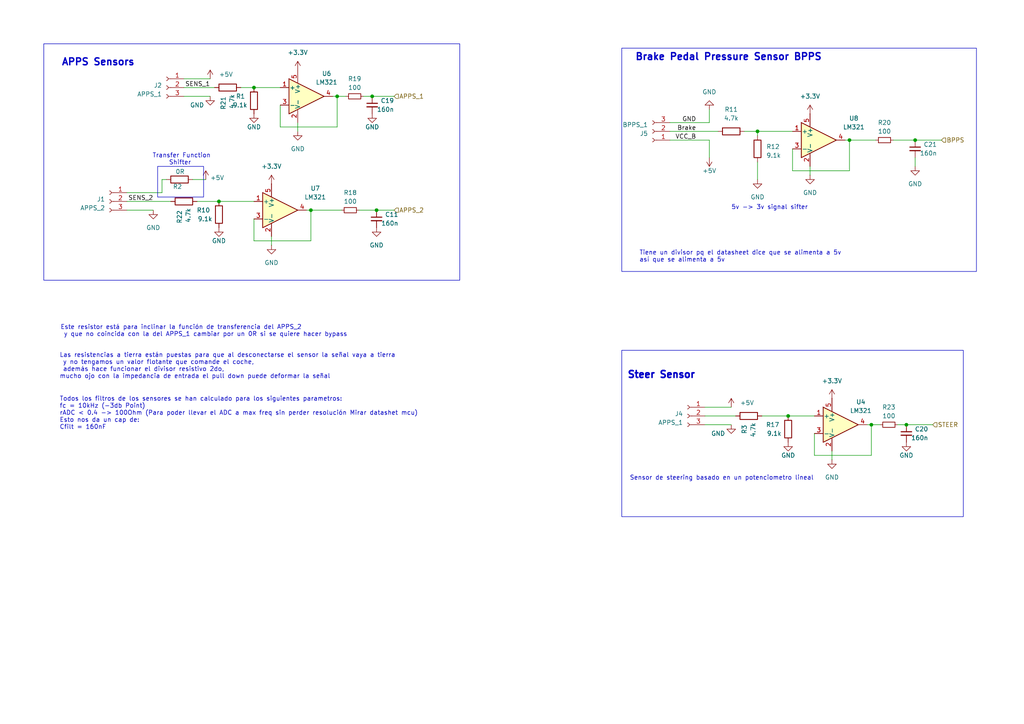
<source format=kicad_sch>
(kicad_sch (version 20231120) (generator "eeschema") (generator_version "8.0")
  (paper "A4")
  (title_block (title "TeR_PEDAL") (date "2023-11-24") (rev "V1.1.0") (company "Tecnun-eRacing") (comment 1 "Ozuba"))
  (lib_symbols
    (symbol "+3.3V_1" (power) (pin_numbers hide) (pin_names (offset 0) hide)
      (property "Value" "+3.3V" (at 0 3.556 0))
      (symbol "+3.3V_1_0_1"
        (polyline (pts (xy -0.762 1.27) (xy 0 2.54)))
        (polyline (pts (xy 0 0) (xy 0 2.54)))
        (polyline (pts (xy 0 2.54) (xy 0.762 1.27)))
      )
      (symbol "+3.3V_1_1_1"
        (pin power_in line (at 0 0 90) (length 0) (name "~") (number "1"))
      )
    )
    (symbol "+5V_1" (power) (pin_names (offset 0))
      (property "Value" "+5V_1" (at 0 3.556 0))
      (symbol "+5V_1_0_1"
        (polyline (pts (xy -0.762 1.27) (xy 0 2.54)))
        (polyline (pts (xy 0 0) (xy 0 2.54)))
        (polyline (pts (xy 0 2.54) (xy 0.762 1.27)))
      )
      (symbol "+5V_1_1_1"
        (pin power_in line (at 0 0 90) (length 0) hide (name "+5V") (number "1"))
      )
    )
    (symbol "Amplifier_Operational:LM321" (pin_names (offset 0.127))
      (property "Reference" "U" (at 0 7.62 0))
      (property "Value" "LM321" (at 0 5.08 0))
      (symbol "LM321_0_1"
        (polyline (pts (xy -5.08 5.08) (xy 5.08 0) (xy -5.08 -5.08) (xy -5.08 5.08)) (stroke (width 0.254)) (fill (type background)))
      )
      (symbol "LM321_1_1"
        (pin input line (at -7.62 2.54 0) (length 2.54) (name "+") (number "1"))
        (pin power_in line (at -2.54 -7.62 90) (length 3.81) (name "V-") (number "2"))
        (pin input line (at -7.62 -2.54 0) (length 2.54) (name "-") (number "3"))
        (pin output line (at 7.62 0 180) (length 2.54) (name "~") (number "4"))
        (pin power_in line (at -2.54 7.62 270) (length 3.81) (name "V+") (number "5"))
      )
    )
    (symbol "Connector:Conn_01x03_Female" (pin_names (offset 1.016) hide)
      (property "Reference" "J" (at 0 5.08 0))
      (property "Value" "Conn_01x03_Female" (at 0 -5.08 0))
      (symbol "Conn_01x03_Female_1_1"
        (arc (start 0 -2.032) (mid -0.5058 -2.54) (end 0 -3.048) (stroke (width 0.1524)))
        (polyline (pts (xy -1.27 -2.54) (xy -0.508 -2.54)) (stroke (width 0.1524)))
        (polyline (pts (xy -1.27 0) (xy -0.508 0)) (stroke (width 0.1524)))
        (polyline (pts (xy -1.27 2.54) (xy -0.508 2.54)) (stroke (width 0.1524)))
        (arc (start 0 0.508) (mid -0.5058 0) (end 0 -0.508) (stroke (width 0.1524)))
        (arc (start 0 3.048) (mid -0.5058 2.54) (end 0 2.032) (stroke (width 0.1524)))
        (pin passive line (at -5.08 2.54 0) (length 3.81) (name "Pin_1") (number "1"))
        (pin passive line (at -5.08 0 0) (length 3.81) (name "Pin_2") (number "2"))
        (pin passive line (at -5.08 -2.54 0) (length 3.81) (name "Pin_3") (number "3"))
      )
    )
    (symbol "Device:C_Small" (pin_numbers hide) (pin_names (offset 0.254) hide)
      (property "Reference" "C" (at 0.254 1.778 0))
      (property "Value" "C_Small" (at 0.254 -2.032 0))
      (symbol "C_Small_0_1"
        (polyline (pts (xy -1.524 -0.508) (xy 1.524 -0.508)) (stroke (width 0.3302)))
        (polyline (pts (xy -1.524 0.508) (xy 1.524 0.508)) (stroke (width 0.3048)))
      )
      (symbol "C_Small_1_1"
        (pin passive line (at 0 2.54 270) (length 2.032) (name "~") (number "1"))
        (pin passive line (at 0 -2.54 90) (length 2.032) (name "~") (number "2"))
      )
    )
    (symbol "Device:R" (pin_numbers hide) (pin_names (offset 0))
      (property "Reference" "R" (at 2.032 0 90))
      (property "Value" "R" (at 0 0 90))
      (symbol "R_0_1"
        (rectangle (start -1.016 -2.54) (end 1.016 2.54) (stroke (width 0.254)))
      )
      (symbol "R_1_1"
        (pin passive line (at 0 3.81 270) (length 1.27) (name "~") (number "1"))
        (pin passive line (at 0 -3.81 90) (length 1.27) (name "~") (number "2"))
      )
    )
    (symbol "Device:R_Small" (pin_numbers hide) (pin_names (offset 0.254) hide)
      (property "Reference" "R" (at 0.762 0.508 0))
      (property "Value" "R_Small" (at 0.762 -1.016 0))
      (symbol "R_Small_0_1"
        (rectangle (start -0.762 1.778) (end 0.762 -1.778) (stroke (width 0.2032)))
      )
      (symbol "R_Small_1_1"
        (pin passive line (at 0 2.54 270) (length 0.762) (name "~") (number "1"))
        (pin passive line (at 0 -2.54 90) (length 0.762) (name "~") (number "2"))
      )
    )
    (symbol "GND_1" (power) (pin_names (offset 0))
      (property "Value" "GND_1" (at 0 -3.81 0))
      (symbol "GND_1_0_1"
        (polyline (pts (xy 0 0) (xy 0 -1.27) (xy 1.27 -1.27) (xy 0 -2.54) (xy -1.27 -1.27) (xy 0 -1.27)))
      )
      (symbol "GND_1_1_1"
        (pin power_in line (at 0 0 270) (length 0) hide (name "GND") (number "1"))
      )
    )
    (symbol "GND_2" (power) (pin_names (offset 0))
      (property "Value" "GND_2" (at 0 -3.81 0))
      (symbol "GND_2_0_1"
        (polyline (pts (xy 0 0) (xy 0 -1.27) (xy 1.27 -1.27) (xy 0 -2.54) (xy -1.27 -1.27) (xy 0 -1.27)))
      )
      (symbol "GND_2_1_1"
        (pin power_in line (at 0 0 270) (length 0) hide (name "GND") (number "1"))
      )
    )
    (symbol "GND_3" (power) (pin_names (offset 0))
      (property "Value" "GND_3" (at 0 -3.81 0))
      (symbol "GND_3_0_1"
        (polyline (pts (xy 0 0) (xy 0 -1.27) (xy 1.27 -1.27) (xy 0 -2.54) (xy -1.27 -1.27) (xy 0 -1.27)))
      )
      (symbol "GND_3_1_1"
        (pin power_in line (at 0 0 270) (length 0) hide (name "GND") (number "1"))
      )
    )
    (symbol "power:+3.3V" (power) (pin_names (offset 0))
      (property "Value" "+3.3V" (at 0 3.556 0))
      (symbol "+3.3V_0_1"
        (polyline (pts (xy -0.762 1.27) (xy 0 2.54)))
        (polyline (pts (xy 0 0) (xy 0 2.54)))
        (polyline (pts (xy 0 2.54) (xy 0.762 1.27)))
      )
      (symbol "+3.3V_1_1"
        (pin power_in line (at 0 0 90) (length 0) hide (name "+3.3V") (number "1"))
      )
    )
    (symbol "power:GND" (power) (pin_numbers hide) (pin_names (offset 0) hide)
      (property "Value" "GND" (at 0 -3.81 0))
      (symbol "GND_0_1"
        (polyline (pts (xy 0 0) (xy 0 -1.27) (xy 1.27 -1.27) (xy 0 -2.54) (xy -1.27 -1.27) (xy 0 -1.27)))
      )
      (symbol "GND_1_1"
        (pin power_in line (at 0 0 270) (length 0) (name "~") (number "1"))
      )
    )
  )
  (junction (at 63.5 58.42))
  (junction (at 228.6 120.65))
  (junction (at 73.66 25.4))
  (junction (at 265.43 40.64))
  (junction (at 109.22 60.96))
  (junction (at 97.79 27.94))
  (junction (at 219.71 38.1))
  (junction (at 107.95 27.94))
  (junction (at 90.17 60.96))
  (junction (at 252.73 123.19))
  (junction (at 246.38 40.64))
  (junction (at 262.89 123.19))
  (wire (pts (xy 252.73 123.19) (xy 255.27 123.19)))
  (wire (pts (xy 78.74 71.12) (xy 78.74 68.58)))
  (wire (pts (xy 265.43 45.72) (xy 265.43 48.26)))
  (wire (pts (xy 260.35 123.19) (xy 262.89 123.19)))
  (wire (pts (xy 90.17 60.96) (xy 99.06 60.96)))
  (wire (pts (xy 60.96 22.86) (xy 53.34 22.86)))
  (wire (pts (xy 90.17 60.96) (xy 88.9 60.96)))
  (wire (pts (xy 59.69 52.07) (xy 55.88 52.07)))
  (wire (pts (xy 252.73 123.19) (xy 252.73 132.08)))
  (wire (pts (xy 53.34 25.4) (xy 62.23 25.4)))
  (wire (pts (xy 81.28 36.83) (xy 97.79 36.83)))
  (wire (pts (xy 81.28 30.48) (xy 81.28 36.83)))
  (wire (pts (xy 229.87 49.53) (xy 246.38 49.53)))
  (wire (pts (xy 205.74 40.64) (xy 194.31 40.64)))
  (wire (pts (xy 236.22 125.73) (xy 236.22 132.08)))
  (wire (pts (xy 107.95 27.94) (xy 114.3 27.94)))
  (wire (pts (xy 219.71 38.1) (xy 229.87 38.1)))
  (wire (pts (xy 259.08 40.64) (xy 265.43 40.64)))
  (wire (pts (xy 60.96 27.94) (xy 53.34 27.94)))
  (wire (pts (xy 86.36 38.1) (xy 86.36 35.56)))
  (wire (pts (xy 104.14 60.96) (xy 109.22 60.96)))
  (wire (pts (xy 109.22 60.96) (xy 114.3 60.96)))
  (wire (pts (xy 220.98 120.65) (xy 228.6 120.65)))
  (wire (pts (xy 36.83 55.88) (xy 46.99 55.88)))
  (wire (pts (xy 57.15 58.42) (xy 63.5 58.42)))
  (wire (pts (xy 46.99 52.07) (xy 48.26 52.07)))
  (wire (pts (xy 205.74 31.75) (xy 205.74 35.56)))
  (wire (pts (xy 236.22 120.65) (xy 228.6 120.65)))
  (wire (pts (xy 73.66 58.42) (xy 63.5 58.42)))
  (wire (pts (xy 46.99 52.07) (xy 46.99 55.88)))
  (wire (pts (xy 212.09 123.19) (xy 204.47 123.19)))
  (wire (pts (xy 194.31 38.1) (xy 208.28 38.1)))
  (wire (pts (xy 97.79 27.94) (xy 96.52 27.94)))
  (wire (pts (xy 252.73 123.19) (xy 251.46 123.19)))
  (wire (pts (xy 97.79 27.94) (xy 97.79 36.83)))
  (wire (pts (xy 97.79 27.94) (xy 100.33 27.94)))
  (wire (pts (xy 36.83 58.42) (xy 49.53 58.42)))
  (wire (pts (xy 81.28 25.4) (xy 73.66 25.4)))
  (wire (pts (xy 105.41 27.94) (xy 107.95 27.94)))
  (wire (pts (xy 219.71 39.37) (xy 219.71 38.1)))
  (wire (pts (xy 69.85 25.4) (xy 73.66 25.4)))
  (wire (pts (xy 205.74 45.72) (xy 205.74 40.64)))
  (wire (pts (xy 215.9 38.1) (xy 219.71 38.1)))
  (wire (pts (xy 212.09 118.11) (xy 204.47 118.11)))
  (wire (pts (xy 265.43 40.64) (xy 273.05 40.64)))
  (wire (pts (xy 241.3 133.35) (xy 241.3 130.81)))
  (wire (pts (xy 229.87 43.18) (xy 229.87 49.53)))
  (wire (pts (xy 44.45 60.96) (xy 36.83 60.96)))
  (wire (pts (xy 219.71 46.99) (xy 219.71 52.07)))
  (wire (pts (xy 90.17 60.96) (xy 90.17 69.85)))
  (wire (pts (xy 246.38 40.64) (xy 245.11 40.64)))
  (wire (pts (xy 73.66 63.5) (xy 73.66 69.85)))
  (wire (pts (xy 204.47 120.65) (xy 213.36 120.65)))
  (wire (pts (xy 262.89 123.19) (xy 270.51 123.19)))
  (wire (pts (xy 234.95 50.8) (xy 234.95 48.26)))
  (wire (pts (xy 246.38 40.64) (xy 246.38 49.53)))
  (wire (pts (xy 236.22 132.08) (xy 252.73 132.08)))
  (wire (pts (xy 246.38 40.64) (xy 254 40.64)))
  (wire (pts (xy 205.74 35.56) (xy 194.31 35.56)))
  (wire (pts (xy 73.66 69.85) (xy 90.17 69.85)))
  (rectangle (start 180.34 13.97) (end 283.21 78.74))
  (rectangle (start 180.34 101.6) (end 279.4 149.86))
  (rectangle (start 45.72 48.26) (end 59.055 57.15))
  (rectangle (start 12.7 12.7) (end 133.35 81.28))
  (text "APPS Sensors" (at 17.78 19.304 0) (effects (font (size 2 2) (thickness 0.4) (bold yes)) (justify left bottom)))
  (text "Brake Pedal Pressure Sensor BPPS" (at 184.15 17.78 0) (effects (font (size 2 2) (thickness 0.4) (bold yes)) (justify left bottom)))
  (text "Steer Sensor" (at 181.864 109.982 0) (effects (font (size 2 2) (thickness 0.454) (bold yes)) (justify left bottom)))
  (text "Sensor de steering basado en un potenciometro lineal" (at 182.626 139.446 0) (effects (font (size 1.27 1.27)) (justify left bottom)))
  (text "5v -> 3v signal sifter" (at 212.09 60.96 0) (effects (font (size 1.27 1.27)) (justify left bottom)))
  (text "Tiene un divisor pq el datasheet dice que se alimenta a 5v\nasí que se alimenta a 5v" (at 185.42 76.2 0) (effects (font (size 1.27 1.27)) (justify left bottom)))
  (text "Transfer Function\n	Shifter" (at 44.196 48.006 0) (effects (font (size 1.27 1.27)) (justify left bottom)))
  (text "Las resistencias a tierra están puestas para que al desconectarse el sensor la señal vaya a tierra\n y no tengamos un valor flotante que comande el coche,\n además hace funcionar el divisor resistivo 2do, \nmucho ojo con la impedancia de entrada el pull down puede deformar la señal" (at 17.272 109.982 0) (effects (font (size 1.27 1.27)) (justify left bottom)))
  (text "Todos los filtros de los sensores se han calculado para los siguientes parametros:\nfc = 10kHz (-3db Point)\nrADC < 0.4 -> 100Ohm (Para poder llevar el ADC a max freq sin perder resolución Mirar datashet mcu)\nEsto nos da un cap de:\nCfilt = 160nF" (at 17.272 119.888 0) (effects (font (size 1.27 1.27)) (justify left)))
  (text "Este resistor está para inclinar la función de transferencia del APPS_2\n y que no coincida con la del APPS_1 cambiar por un 0R si se quiere hacer bypass" (at 17.526 97.79 0) (effects (font (size 1.27 1.27)) (justify left bottom)))
  (label "GND" (at 201.93 35.56 180))
  (label "Brake" (at 201.93 38.1 180))
  (label "SENS_1" (at 60.96 25.4 180))
  (label "VCC_B" (at 201.93 40.64 180))
  (label "SENS_2" (at 44.45 58.42 180))
  (hierarchical_label "APPS_1" (shape input) (at 114.3 27.94 0))
  (hierarchical_label "APPS_2" (shape input) (at 114.3 60.96 0))
  (hierarchical_label "STEER" (shape input) (at 270.51 123.19 0))
  (hierarchical_label "BPPS" (shape input) (at 273.05 40.64 0))
  (symbol (lib_id "Device:C_Small") (at 109.22 63.5 0) (mirror y) (unit 1)
    (property "Reference" "C11" (at 115.57 62.23 0) (effects (justify left)))
    (property "Value" "160n" (at 115.57 64.77 0) (effects (justify left)))
    (property "Footprint" "Capacitor_SMD:C_0603_1608Metric" (effects (hide yes)))
  )
  (symbol (lib_name "+5V_1") (lib_id "power:+5V") (at 205.74 45.72 180) (unit 1)
    (property "Reference" "#PWR039" (effects (hide yes)))
    (property "Value" "+5V" (at 205.74 49.53 0))
  )
  (symbol (lib_id "Device:R_Small") (at 101.6 60.96 90) (unit 1)
    (property "Reference" "R18" (at 101.6 55.88 90))
    (property "Value" "100" (at 101.6 58.42 90))
    (property "Footprint" "Resistor_SMD:R_0603_1608Metric" (effects (hide yes)))
    (property "Description" "Resistor, small symbol" (effects (hide yes)))
  )
  (symbol (lib_id "Device:R_Small") (at 102.87 27.94 90) (unit 1)
    (property "Reference" "R19" (at 102.87 22.86 90))
    (property "Value" "100" (at 102.87 25.4 90))
    (property "Footprint" "Resistor_SMD:R_0603_1608Metric" (effects (hide yes)))
    (property "Description" "Resistor, small symbol" (effects (hide yes)))
  )
  (symbol (lib_id "power:GND") (at 78.74 71.12 0) (unit 1)
    (property "Reference" "#PWR059" (effects (hide yes)))
    (property "Value" "GND" (at 78.74 76.2 0))
    (property "Description" "Power symbol creates a global label with name \"GND\" , ground" (effects (hide yes)))
  )
  (symbol (lib_name "+3.3V_1") (lib_id "power:+3.3V") (at 241.3 115.57 0) (unit 1)
    (property "Reference" "#PWR054" (effects (hide yes)))
    (property "Value" "+3.3V" (at 241.3 110.49 0))
    (property "Description" "Power symbol creates a global label with name \"+3.3V\"" (effects (hide yes)))
  )
  (symbol (lib_id "power:+3.3V") (at 212.09 118.11 0) (mirror y) (unit 1)
    (property "Reference" "#PWR035" (effects (hide yes)))
    (property "Value" "+5V" (at 214.63 116.8399 0) (effects (justify right)))
  )
  (symbol (lib_name "GND_3") (lib_id "power:GND") (at 205.74 31.75 180) (unit 1)
    (property "Reference" "#PWR042" (effects (hide yes)))
    (property "Value" "GND" (at 205.74 26.67 0))
  )
  (symbol (lib_id "Device:R") (at 52.07 52.07 270) (mirror x) (unit 1)
    (property "Reference" "R2" (at 52.832 54.102 90) (effects (justify right)))
    (property "Value" "0R" (at 53.594 49.784 90) (effects (justify right)))
    (property "Footprint" "Resistor_SMD:R_0603_1608Metric" (effects (hide yes)))
  )
  (symbol (lib_name "GND_1") (lib_id "power:GND") (at 265.43 48.26 0) (unit 1)
    (property "Reference" "#PWR051" (effects (hide yes)))
    (property "Value" "GND" (at 265.43 53.34 0))
  )
  (symbol (lib_id "power:+3.3V") (at 60.96 22.86 0) (mirror y) (unit 1)
    (property "Reference" "#PWR014" (effects (hide yes)))
    (property "Value" "+5V" (at 63.5 21.5899 0) (effects (justify right)))
  )
  (symbol (lib_name "GND_1") (lib_id "power:GND") (at 219.71 52.07 0) (unit 1)
    (property "Reference" "#PWR038" (effects (hide yes)))
    (property "Value" "GND" (at 219.71 57.15 0))
  )
  (symbol (lib_id "Device:R") (at 73.66 29.21 0) (mirror x) (unit 1)
    (property "Reference" "R1" (at 71.12 27.94 0) (effects (justify right)))
    (property "Value" "9.1k" (at 71.755 30.48 0) (effects (justify right)))
    (property "Footprint" "Resistor_SMD:R_0603_1608Metric" (effects (hide yes)))
  )
  (symbol (lib_id "Device:C_Small") (at 262.89 125.73 0) (mirror y) (unit 1)
    (property "Reference" "C20" (at 269.24 124.46 0) (effects (justify left)))
    (property "Value" "160n" (at 269.24 127 0) (effects (justify left)))
    (property "Footprint" "Capacitor_SMD:C_0603_1608Metric" (effects (hide yes)))
  )
  (symbol (lib_name "GND_2") (lib_id "power:GND") (at 44.45 60.96 0) (mirror y) (unit 1)
    (property "Reference" "#PWR037" (effects (hide yes)))
    (property "Value" "GND" (at 44.45 66.04 0))
  )
  (symbol (lib_id "Amplifier_Operational:LM321") (at 243.84 123.19 0) (unit 1)
    (property "Reference" "U4" (at 249.682 116.586 0))
    (property "Value" "LM321" (at 249.682 119.126 0))
    (property "Footprint" "Package_TO_SOT_SMD:SOT-23-5" (effects (hide yes)))
    (property "Datasheet" "http://www.ti.com/lit/ds/symlink/lm321.pdf" (effects (hide yes)))
    (property "Description" "Low Power Single Operational Amplifier, SOT-23-5" (effects (hide yes)))
  )
  (symbol (lib_id "Connector:Conn_01x03_Female") (at 199.39 120.65 0) (mirror y) (unit 1)
    (property "Reference" "J4" (at 198.12 120.015 0) (effects (justify left)))
    (property "Value" "APPS_1" (at 198.12 122.555 0) (effects (justify left)))
    (property "Footprint" "Connector_JST:JST_PH_S3B-PH-K_1x03_P2.00mm_Horizontal" (effects (hide yes)))
  )
  (symbol (lib_name "GND_2") (lib_id "power:GND") (at 63.5 66.04 0) (mirror y) (unit 1)
    (property "Reference" "#PWR049" (effects (hide yes)))
    (property "Value" "GND" (at 63.5 69.85 0))
  )
  (symbol (lib_name "GND_2") (lib_id "power:GND") (at 73.66 33.02 0) (mirror y) (unit 1)
    (property "Reference" "#PWR023" (effects (hide yes)))
    (property "Value" "GND" (at 73.66 36.83 0))
  )
  (symbol (lib_id "Amplifier_Operational:LM321") (at 237.49 40.64 0) (unit 1)
    (property "Reference" "U8" (at 247.65 34.3214 0))
    (property "Value" "LM321" (at 247.65 36.8614 0))
    (property "Footprint" "Package_TO_SOT_SMD:SOT-23-5" (effects (hide yes)))
    (property "Datasheet" "http://www.ti.com/lit/ds/symlink/lm321.pdf" (effects (hide yes)))
    (property "Description" "Low Power Single Operational Amplifier, SOT-23-5" (effects (hide yes)))
  )
  (symbol (lib_id "Device:R") (at 66.04 25.4 270) (mirror x) (unit 1)
    (property "Reference" "R21" (at 64.77 27.94 0) (effects (justify right)))
    (property "Value" "4.7k" (at 67.31 27.305 0) (effects (justify right)))
    (property "Footprint" "Resistor_SMD:R_0603_1608Metric" (effects (hide yes)))
  )
  (symbol (lib_id "Amplifier_Operational:LM321") (at 88.9 27.94 0) (unit 1)
    (property "Reference" "U6" (at 94.742 21.336 0))
    (property "Value" "LM321" (at 94.742 23.876 0))
    (property "Footprint" "Package_TO_SOT_SMD:SOT-23-5" (effects (hide yes)))
    (property "Datasheet" "http://www.ti.com/lit/ds/symlink/lm321.pdf" (effects (hide yes)))
    (property "Description" "Low Power Single Operational Amplifier, SOT-23-5" (effects (hide yes)))
  )
  (symbol (lib_id "Device:R") (at 63.5 62.23 0) (mirror x) (unit 1)
    (property "Reference" "R10" (at 60.96 60.96 0) (effects (justify right)))
    (property "Value" "9.1k" (at 61.595 63.5 0) (effects (justify right)))
    (property "Footprint" "Resistor_SMD:R_0603_1608Metric" (effects (hide yes)))
  )
  (symbol (lib_id "Device:R") (at 219.71 43.18 0) (unit 1)
    (property "Reference" "R12" (at 222.25 42.545 0) (effects (justify left)))
    (property "Value" "9.1k" (at 222.25 45.085 0) (effects (justify left)))
    (property "Footprint" "Resistor_SMD:R_0603_1608Metric" (effects (hide yes)))
  )
  (symbol (lib_id "Device:R_Small") (at 256.54 40.64 90) (unit 1)
    (property "Reference" "R20" (at 256.54 35.56 90))
    (property "Value" "100" (at 256.54 38.1 90))
    (property "Footprint" "Resistor_SMD:R_0603_1608Metric" (effects (hide yes)))
    (property "Description" "Resistor, small symbol" (effects (hide yes)))
  )
  (symbol (lib_id "power:+3.3V") (at 59.69 52.07 0) (mirror y) (unit 1)
    (property "Reference" "#PWR015" (effects (hide yes)))
    (property "Value" "+5V" (at 62.992 51.562 0))
  )
  (symbol (lib_id "Device:R_Small") (at 257.81 123.19 90) (unit 1)
    (property "Reference" "R23" (at 257.81 118.11 90))
    (property "Value" "100" (at 257.81 120.65 90))
    (property "Footprint" "Resistor_SMD:R_0603_1608Metric" (effects (hide yes)))
    (property "Description" "Resistor, small symbol" (effects (hide yes)))
  )
  (symbol (lib_name "GND_2") (lib_id "power:GND") (at 109.22 66.04 0) (mirror y) (unit 1)
    (property "Reference" "#PWR040" (effects (hide yes)))
    (property "Value" "GND" (at 109.22 71.12 0))
  )
  (symbol (lib_name "+3.3V_1") (lib_id "power:+3.3V") (at 234.95 33.02 0) (unit 1)
    (property "Reference" "#PWR061" (effects (hide yes)))
    (property "Value" "+3.3V" (at 234.95 27.94 0))
    (property "Description" "Power symbol creates a global label with name \"+3.3V\"" (effects (hide yes)))
  )
  (symbol (lib_name "+3.3V_1") (lib_id "power:+3.3V") (at 78.74 53.34 0) (unit 1)
    (property "Reference" "#PWR058" (effects (hide yes)))
    (property "Value" "+3.3V" (at 78.74 48.26 0))
    (property "Description" "Power symbol creates a global label with name \"+3.3V\"" (effects (hide yes)))
  )
  (symbol (lib_id "Device:C_Small") (at 265.43 43.18 0) (mirror y) (unit 1)
    (property "Reference" "C21" (at 271.78 41.91 0) (effects (justify left)))
    (property "Value" "160n" (at 271.78 44.45 0) (effects (justify left)))
    (property "Footprint" "Capacitor_SMD:C_0603_1608Metric" (effects (hide yes)))
  )
  (symbol (lib_name "GND_2") (lib_id "power:GND") (at 60.96 27.94 0) (mirror y) (unit 1)
    (property "Reference" "#PWR041" (effects (hide yes)))
    (property "Value" "GND" (at 57.15 30.48 0))
  )
  (symbol (lib_id "Connector:Conn_01x03_Female") (at 48.26 25.4 0) (mirror y) (unit 1)
    (property "Reference" "J2" (at 46.99 24.765 0) (effects (justify left)))
    (property "Value" "APPS_1" (at 46.99 27.305 0) (effects (justify left)))
    (property "Footprint" "Connector_JST:JST_PH_S3B-PH-K_1x03_P2.00mm_Horizontal" (effects (hide yes)))
  )
  (symbol (lib_name "GND_2") (lib_id "power:GND") (at 262.89 128.27 0) (mirror y) (unit 1)
    (property "Reference" "#PWR063" (effects (hide yes)))
    (property "Value" "GND" (at 262.89 132.08 0))
  )
  (symbol (lib_name "GND_2") (lib_id "power:GND") (at 212.09 123.19 0) (mirror y) (unit 1)
    (property "Reference" "#PWR047" (effects (hide yes)))
    (property "Value" "GND" (at 208.28 125.73 0))
  )
  (symbol (lib_id "Device:R") (at 212.09 38.1 90) (unit 1)
    (property "Reference" "R11" (at 212.09 31.75 90))
    (property "Value" "4.7k" (at 212.09 34.29 90))
    (property "Footprint" "Resistor_SMD:R_0603_1608Metric" (effects (hide yes)))
  )
  (symbol (lib_id "Device:R") (at 217.17 120.65 270) (mirror x) (unit 1)
    (property "Reference" "R3" (at 215.9 123.19 0) (effects (justify right)))
    (property "Value" "4.7k" (at 218.44 122.555 0) (effects (justify right)))
    (property "Footprint" "Resistor_SMD:R_0603_1608Metric" (effects (hide yes)))
  )
  (symbol (lib_id "Device:C_Small") (at 107.95 30.48 0) (mirror y) (unit 1)
    (property "Reference" "C19" (at 114.3 29.21 0) (effects (justify left)))
    (property "Value" "160n" (at 114.3 31.75 0) (effects (justify left)))
    (property "Footprint" "Capacitor_SMD:C_0603_1608Metric" (effects (hide yes)))
  )
  (symbol (lib_id "Device:R") (at 53.34 58.42 270) (mirror x) (unit 1)
    (property "Reference" "R22" (at 52.07 60.96 0) (effects (justify right)))
    (property "Value" "4.7k" (at 54.61 60.325 0) (effects (justify right)))
    (property "Footprint" "Resistor_SMD:R_0603_1608Metric" (effects (hide yes)))
  )
  (symbol (lib_id "Device:R") (at 228.6 124.46 0) (mirror x) (unit 1)
    (property "Reference" "R17" (at 226.06 123.19 0) (effects (justify right)))
    (property "Value" "9.1k" (at 226.695 125.73 0) (effects (justify right)))
    (property "Footprint" "Resistor_SMD:R_0603_1608Metric" (effects (hide yes)))
  )
  (symbol (lib_id "Connector:Conn_01x03_Female") (at 189.23 38.1 180) (unit 1)
    (property "Reference" "J5" (at 187.96 38.735 0) (effects (justify left)))
    (property "Value" "BPPS_1" (at 187.96 36.195 0) (effects (justify left)))
    (property "Footprint" "Connector_JST:JST_PH_S3B-PH-K_1x03_P2.00mm_Horizontal" (effects (hide yes)))
  )
  (symbol (lib_id "power:GND") (at 86.36 38.1 0) (unit 1)
    (property "Reference" "#PWR057" (effects (hide yes)))
    (property "Value" "GND" (at 86.36 43.18 0))
    (property "Description" "Power symbol creates a global label with name \"GND\" , ground" (effects (hide yes)))
  )
  (symbol (lib_id "Amplifier_Operational:LM321") (at 81.28 60.96 0) (unit 1)
    (property "Reference" "U7" (at 91.44 54.6414 0))
    (property "Value" "LM321" (at 91.44 57.1814 0))
    (property "Footprint" "Package_TO_SOT_SMD:SOT-23-5" (effects (hide yes)))
    (property "Datasheet" "http://www.ti.com/lit/ds/symlink/lm321.pdf" (effects (hide yes)))
    (property "Description" "Low Power Single Operational Amplifier, SOT-23-5" (effects (hide yes)))
  )
  (symbol (lib_name "GND_2") (lib_id "power:GND") (at 228.6 128.27 0) (mirror y) (unit 1)
    (property "Reference" "#PWR050" (effects (hide yes)))
    (property "Value" "GND" (at 228.6 132.08 0))
  )
  (symbol (lib_name "+3.3V_1") (lib_id "power:+3.3V") (at 86.36 20.32 0) (unit 1)
    (property "Reference" "#PWR056" (effects (hide yes)))
    (property "Value" "+3.3V" (at 86.36 15.24 0))
    (property "Description" "Power symbol creates a global label with name \"+3.3V\"" (effects (hide yes)))
  )
  (symbol (lib_id "Connector:Conn_01x03_Female") (at 31.75 58.42 0) (mirror y) (unit 1)
    (property "Reference" "J1" (at 30.48 57.785 0) (effects (justify left)))
    (property "Value" "APPS_2" (at 30.48 60.325 0) (effects (justify left)))
    (property "Footprint" "Connector_JST:JST_PH_S3B-PH-K_1x03_P2.00mm_Horizontal" (effects (hide yes)))
  )
  (symbol (lib_id "power:GND") (at 241.3 133.35 0) (unit 1)
    (property "Reference" "#PWR055" (effects (hide yes)))
    (property "Value" "GND" (at 241.3 138.43 0))
    (property "Description" "Power symbol creates a global label with name \"GND\" , ground" (effects (hide yes)))
  )
  (symbol (lib_id "power:GND") (at 234.95 50.8 0) (unit 1)
    (property "Reference" "#PWR065" (effects (hide yes)))
    (property "Value" "GND" (at 234.95 55.88 0))
    (property "Description" "Power symbol creates a global label with name \"GND\" , ground" (effects (hide yes)))
  )
  (symbol (lib_name "GND_2") (lib_id "power:GND") (at 107.95 33.02 0) (mirror y) (unit 1)
    (property "Reference" "#PWR036" (effects (hide yes)))
    (property "Value" "GND" (at 107.95 36.83 0))
  )
)
</source>
